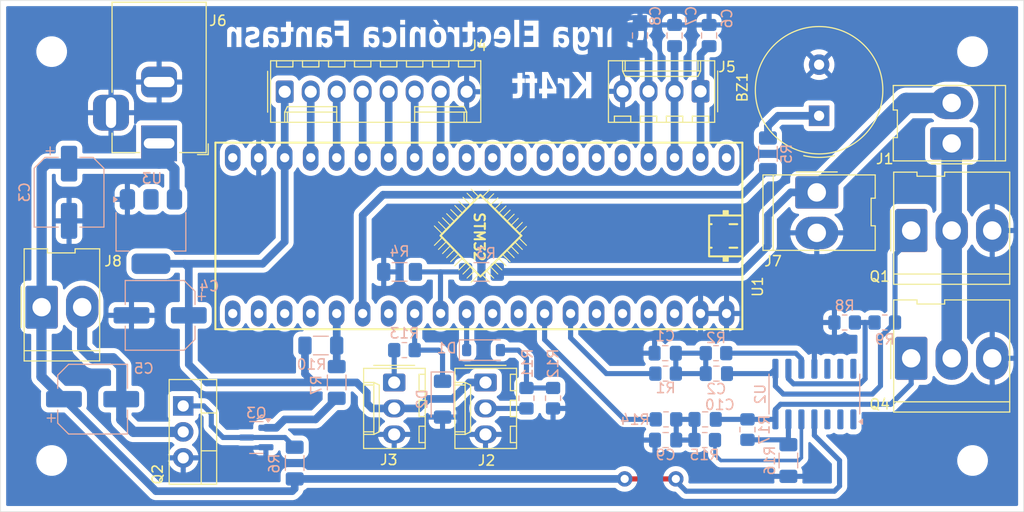
<source format=kicad_pcb>
(kicad_pcb (version 20240108) (generator "pcbnew") (generator_version "8.0")
  (layers (0 "F.Cu" signal) (31 "B.Cu" signal) (34 "B.Paste" user) (35 "F.Paste" user) (36 "B.SilkS" user "B.Silkscreen") (37 "F.SilkS" user "F.Silkscreen") (38 "B.Mask" user) (39 "F.Mask" user) (44 "Edge.Cuts" user))
  (net 0 "")
  (net 1 "Net-(C1-Pad1)")
  (net 2 "GNDD")
  (net 3 "+12V")
  (net 4 "+5V")
  (net 5 "Net-(J1-Pin_1)")
  (net 6 "+BATT")
  (net 7 "I_sense")
  (net 8 "Temp_sense")
  (net 9 "LCD_DIN_PIN")
  (net 10 "LCD_DC_PIN")
  (net 11 "LCD_RST_PIN")
  (net 12 "LCD_CS_PIN")
  (net 13 "LCD_SCLK_PIN")
  (net 14 "LCD_BKLIGHT_PIN")
  (net 15 "ENC_B")
  (net 16 "ENC_A")
  (net 17 "BUTTON")
  (net 19 "Vbatt_sense")
  (net 33 "Net-(BZ1-+)")
  (net 35 "Buzzer_Out")
  (net 38 "Net-(J8-Pin_2)")
  (net 39 "Net-(Q2-G)")
  (net 40 "Cooler_Fan_Out")
  (net 44 "Net-(Q3-B)")
  (net 45 "Net-(D1-A)")
  (net 46 "Net-(J2-Pin_2)")
  (net 47 "Net-(J3-Pin_1)")
  (net 48 "Mosfet_control1")
  (net 49 "Net-(C10-Pad1)")
  (net 50 "Mosfet_control2")
  (net 51 "PWM1")
  (net 52 "PWM2")
  (net 53 "Net-(U2B-+)")
  (net 54 "Net-(U2B--)")
  (net 55 "Net-(U2C-+)")
  (net 56 "Net-(U2C--)")
  (footprint "Connector_Molex:Molex_KK-254_AE-6410-04A_1x04_P2.54mm_Vertical" (layer "F.Cu") (at 208.415 58.885 180)
    (property "Reference" "J5" (at -2.585 2.385 0) (layer "F.SilkS"))
    (property "Value" "ENCODER")
    (pad "1" thru_hole roundrect (at 0 0 180) (size 1.74 2.19) (drill 1.19) (layers "*.Cu" "*.Mask") (roundrect_rratio 0.143678) (net 16 "ENC_A"))
    (pad "2" thru_hole oval (at 2.54 0 180) (size 1.74 2.19) (drill 1.19) (layers "*.Cu" "*.Mask") (net 15 "ENC_B"))
    (pad "3" thru_hole oval (at 5.08 0 180) (size 1.74 2.19) (drill 1.19) (layers "*.Cu" "*.Mask") (net 17 "BUTTON"))
    (pad "4" thru_hole oval (at 7.62 0 180) (size 1.74 2.19) (drill 1.19) (layers "*.Cu" "*.Mask") (net 2 "GNDD"))
  )
  (footprint "Buzzer_Beeper:Buzzer_TDK_PS1240P02BT_D12.2mm_H6.5mm" (layer "F.Cu") (at 220 61.275785 90)
    (property "Reference" "BZ1" (at 2.775785 -7.5 90) (layer "F.SilkS"))
    (property "Value" "Buzzer")
    (pad "1" thru_hole rect (at 0 0 90) (size 2 2) (drill 1) (layers "*.Cu" "*.Mask") (net 33 "Net-(BZ1-+)"))
    (pad "2" thru_hole circle (at 5 0 90) (size 2 2) (drill 1) (layers "*.Cu" "*.Mask") (net 2 "GNDD"))
  )
  (footprint "MountingHole:MountingHole_2.5mm" (layer "F.Cu") (at 235 95)
    (property "Reference" "H3" (hide yes))
    (property "Value" "MountingHole" (hide yes))
    (pad "" np_thru_hole circle (at 0 0) (size 2.5 2.5) (drill 2.5) (layers "*.Cu" "*.Mask"))
  )
  (footprint "BluePill:blue_pill_no_flashing_port" (layer "F.Cu") (at 190 74.905 -90)
    (property "Reference" "U1" (at 3.095 -24 -90) (layer "F.SilkS"))
    (property "Value" "BP")
    (fp_text user "STM32" (at -4.3 3.8 -90) (layer "F.SilkS") (effects (font (thickness 0.2) (bold yes)) (justify left bottom)))
    (pad "3V3" thru_hole oval (at -9.525 27.305 270) (size 2.54 1.524) (drill 0.9) (layers "*.Cu" "*.Mask"))
    (pad "3V3" thru_hole oval (at 5.715 -15.875 270) (size 2.54 1.524) (drill 0.9) (layers "*.Cu" "*.Mask"))
    (pad "5V" thru_hole oval (at -9.525 22.225 270) (size 2.54 1.524) (drill 0.9) (layers "*.Cu" "*.Mask") (net 4 "+5V"))
    (pad "G" thru_hole oval (at -9.525 24.765 270) (size 2.54 1.524) (drill 0.9) (layers "*.Cu" "*.Mask") (net 2 "GNDD"))
    (pad "G" thru_hole oval (at 5.715 -20.955 270) (size 2.54 1.524) (drill 0.9) (layers "*.Cu" "*.Mask") (net 2 "GNDD"))
    (pad "G" thru_hole oval (at 5.715 -18.415 270) (size 2.54 1.524) (drill 0.9) (layers "*.Cu" "*.Mask") (net 2 "GNDD"))
    (pad "NRST" thru_hole oval (at 5.715 -13.335 270) (size 2.54 1.524) (drill 0.9) (layers "*.Cu" "*.Mask"))
    (pad "PA0" thru_hole oval (at 5.715 17.145 270) (size 2.54 1.524) (drill 0.9) (layers "*.Cu" "*.Mask") (net 40 "Cooler_Fan_Out"))
    (pad "PA1" thru_hole oval (at 5.715 14.605 270) (size 2.54 1.524) (drill 0.9) (layers "*.Cu" "*.Mask") (net 35 "Buzzer_Out"))
    (pad "PA2" thru_hole oval (at 5.715 12.065 270) (size 2.54 1.524) (drill 0.9) (layers "*.Cu" "*.Mask"))
    (pad "PA3" thru_hole oval (at 5.715 9.525 270) (size 2.54 1.524) (drill 0.9) (layers "*.Cu" "*.Mask") (net 8 "Temp_sense"))
    (pad "PA4" thru_hole oval (at 5.715 6.985 270) (size 2.54 1.524) (drill 0.9) (layers "*.Cu" "*.Mask") (net 19 "Vbatt_sense"))
    (pad "PA5" thru_hole oval (at 5.715 4.445 270) (size 2.54 1.524) (drill 0.9) (layers "*.Cu" "*.Mask") (net 7 "I_sense"))
    (pad "PA6" thru_hole oval (at 5.715 1.905 270) (size 2.54 1.524) (drill 0.9) (layers "*.Cu" "*.Mask"))
    (pad "PA7" thru_hole oval (at 5.715 -0.635 270) (size 2.54 1.524) (drill 0.9) (layers "*.Cu" "*.Mask"))
    (pad "PA8" thru_hole oval (at -9.525 -10.795 270) (size 2.54 1.524) (drill 0.9) (layers "*.Cu" "*.Mask"))
    (pad "PA9" thru_hole oval (at -9.525 -8.255 270) (size 2.54 1.524) (drill 0.9) (layers "*.Cu" "*.Mask"))
    (pad "PA10" thru_hole oval (at -9.525 -5.715 270) (size 2.54 1.524) (drill 0.9) (layers "*.Cu" "*.Mask"))
    (pad "PA11" thru_hole oval (at -9.525 -3.175 270) (size 2.54 1.524) (drill 0.9) (layers "*.Cu" "*.Mask"))
    (pad "PA12" thru_hole oval (at -9.525 -0.635 270) (size 2.54 1.524) (drill 0.9) (layers "*.Cu" "*.Mask"))
    (pad "PA15" thru_hole oval (at -9.525 1.905 270) (size 2.54 1.524) (drill 0.9) (layers "*.Cu" "*.Mask"))
    (pad "PB0" thru_hole oval (at 5.715 -3.175 270) (size 2.54 1.524) (drill 0.9) (layers "*.Cu" "*.Mask") (net 52 "PWM2"))
    (pad "PB1" thru_hole oval (at 5.715 -5.715 270) (size 2.54 1.524) (drill 0.9) (layers "*.Cu" "*.Mask") (net 51 "PWM1"))
    (pad "PB3" thru_hole oval (at -9.525 4.445 270) (size 2.54 1.524) (drill 0.9) (layers "*.Cu" "*.Mask"))
    (pad "PB4" thru_hole oval (at -9.525 6.985 270) (size 2.54 1.524) (drill 0.9) (layers "*.Cu" "*.Mask") (net 14 "LCD_BKLIGHT_PIN"))
    (pad "PB5" thru_hole oval (at -9.525 9.525 270) (size 2.54 1.524) (drill 0.9) (layers "*.Cu" "*.Mask") (net 11 "LCD_RST_PIN"))
    (pad "PB6" thru_hole oval (at -9.525 12.065 270) (size 2.54 1.524) (drill 0.9) (layers "*.Cu" "*.Mask") (net 12 "LCD_CS_PIN"))
    (pad "PB7" thru_hole oval (at -9.525 14.605 270) (size 2.54 1.524) (drill 0.9) (layers "*.Cu" "*.Mask") (net 10 "LCD_DC_PIN"))
    (pad "PB8" thru_hole oval (at -9.525 17.145 270) (size 2.54 1.524) (drill 0.9) (layers "*.Cu" "*.Mask") (net 9 "LCD_DIN_PIN"))
    (pad "PB9" thru_hole oval (at -9.525 19.685 270) (size 2.54 1.524) (drill 0.9) (layers "*.Cu" "*.Mask") (net 13 "LCD_SCLK_PIN"))
    (pad "PB10" thru_hole oval (at 5.715 -8.255 270) (size 2.54 1.524) (drill 0.9) (layers "*.Cu" "*.Mask"))
    (pad "PB11" thru_hole oval (at 5.715 -10.795 270) (size 2.54 1.524) (drill 0.9) (layers "*.Cu" "*.Mask"))
    (pad "PB12" thru_hole oval (at -9.525 -20.955 270) (size 2.54 1.524) (drill 0.9) (layers "*.Cu" "*.Mask"))
    (pad "PB13" thru_hole oval (at -9.525 -18.415 270) (size 2.54 1.524) (drill 0.9) (layers "*.Cu" "*.Mask") (net 16 "ENC_A"))
    (pad "PB14" thru_hole oval (at -9.525 -15.875 270) (size 2.54 1.524) (drill 0.9) (layers "*.Cu" "*.Mask") (net 15 "ENC_B"))
    (pad "PB15" thru_hole oval (at -9.525 -13.335 270) (size 2.54 1.524) (drill 0.9) (layers "*.Cu" "*.Mask") (net 17 "BUTTON"))
    (pad "PC13" thru_hole oval (at 5.715 24.765 270) (size 2.54 1.524) (drill 0.9) (layers "*.Cu" "*.Mask"))
    (pad "PC14" thru_hole oval (at 5.715 22.225 270) (size 2.54 1.524) (drill 0.9) (layers "*.Cu" "*.Mask"))
    (pad "PC15" thru_hole oval (at 5.715 19.685 270) (size 2.54 1.524) (drill 0.9) (layers "*.Cu" "*.Mask"))
    (pad "VBAT" thru_hole oval (at 5.715 27.305 270) (size 2.54 1.524) (drill 0.9) (layers "*.Cu" "*.Mask"))
  )
  (footprint "Connector_Molex:Molex_KK-254_AE-6410-03A_1x03_P2.54mm_Vertical" (layer "F.Cu") (at 187.4 87.365 -90)
    (property "Reference" "J2" (at 7.635 -0.1 0) (layer "F.SilkS"))
    (property "Value" "ACS712")
    (pad "1" thru_hole roundrect (at 0 0 270) (size 1.74 2.19) (drill 1.19) (layers "*.Cu" "*.Mask") (roundrect_rratio 0.143678) (net 4 "+5V"))
    (pad "2" thru_hole oval (at 2.54 0 270) (size 1.74 2.19) (drill 1.19) (layers "*.Cu" "*.Mask") (net 46 "Net-(J2-Pin_2)"))
    (pad "3" thru_hole oval (at 5.08 0 270) (size 1.74 2.19) (drill 1.19) (layers "*.Cu" "*.Mask") (net 2 "GNDD"))
  )
  (footprint "Connector_Molex:Molex_KK-396_5273-02A_1x02_P3.96mm_Vertical" (layer "F.Cu") (at 232.96 63.98 90)
    (property "Reference" "J1" (at -1.52 -6.54 0) (layer "F.SilkS"))
    (property "Value" "SHUNT")
    (pad "1" thru_hole roundrect (at 0 0 90) (size 3.16 4.2) (drill 1.8) (layers "*.Cu" "*.Mask") (roundrect_rratio 0.079114) (net 5 "Net-(J1-Pin_1)"))
    (pad "2" thru_hole oval (at 3.96 0 90) (size 3.16 4.2) (drill 1.8) (layers "*.Cu" "*.Mask") (net 6 "+BATT"))
  )
  (footprint "MountingHole:MountingHole_2.5mm" (layer "F.Cu") (at 145 55)
    (property "Reference" "H1" (hide yes))
    (property "Value" "MountingHole" (hide yes))
    (pad "" np_thru_hole circle (at 0 0) (size 2.5 2.5) (drill 2.5) (layers "*.Cu" "*.Mask"))
  )
  (footprint "Connector_BarrelJack:BarrelJack_Horizontal" (layer "F.Cu") (at 155.5 63.975 -90)
    (property "Reference" "J6" (at -12 -5.75 180) (layer "F.SilkS"))
    (property "Value" "Vin")
    (pad "1" thru_hole rect (at 0 0 270) (size 3.5 3.5) (drill oval 1 3) (layers "*.Cu" "*.Mask") (net 3 "+12V"))
    (pad "2" thru_hole roundrect (at -6 0 270) (size 3 3.5) (drill oval 1 3) (layers "*.Cu" "*.Mask") (net 2 "GNDD"))
    (pad "3" thru_hole roundrect (at -3 4.7 270) (size 3.5 3.5) (drill oval 3 1) (layers "*.Cu" "*.Mask") (net 2 "GNDD"))
  )
  (footprint "Connector_Molex:Molex_KK-396_5273-02A_1x02_P3.96mm_Vertical" (layer "F.Cu") (at 219.775 68.77 -90)
    (property "Reference" "J7" (at 6.73 4.275 0) (layer "F.SilkS"))
    (property "Value" "BATTERY")
    (pad "1" thru_hole roundrect (at 0 0 270) (size 3.16 4.2) (drill 1.8) (layers "*.Cu" "*.Mask") (roundrect_rratio 0.079114) (net 6 "+BATT"))
    (pad "2" thru_hole oval (at 3.96 0 270) (size 3.16 4.2) (drill 1.8) (layers "*.Cu" "*.Mask") (net 2 "GNDD"))
  )
  (footprint "Connector_Molex:Molex_KK-396_5273-03A_1x03_P3.96mm_Vertical" (layer "F.Cu") (at 229 72.5)
    (property "Reference" "Q1" (at -3.08 4.5 0) (layer "F.SilkS"))
    (property "Value" "IRF540N")
    (pad "1" thru_hole roundrect (at 0 0) (size 3.16 4.2) (drill 1.8) (layers "*.Cu" "*.Mask") (roundrect_rratio 0.079114) (net 48 "Mosfet_control1"))
    (pad "2" thru_hole oval (at 3.96 0) (size 3.16 4.2) (drill 1.8) (layers "*.Cu" "*.Mask") (net 5 "Net-(J1-Pin_1)"))
    (pad "3" thru_hole oval (at 7.92 0) (size 3.16 4.2) (drill 1.8) (layers "*.Cu" "*.Mask") (net 2 "GNDD"))
  )
  (footprint "Connector_Molex:Molex_KK-396_5273-03A_1x03_P3.96mm_Vertical" (layer "F.Cu") (at 229 85)
    (property "Reference" "Q4" (at -3.08 4.5 0) (layer "F.SilkS"))
    (property "Value" "IRF540N")
    (pad "1" thru_hole roundrect (at 0 0) (size 3.16 4.2) (drill 1.8) (layers "*.Cu" "*.Mask") (roundrect_rratio 0.079114) (net 50 "Mosfet_control2"))
    (pad "2" thru_hole oval (at 3.96 0) (size 3.16 4.2) (drill 1.8) (layers "*.Cu" "*.Mask") (net 5 "Net-(J1-Pin_1)"))
    (pad "3" thru_hole oval (at 7.92 0) (size 3.16 4.2) (drill 1.8) (layers "*.Cu" "*.Mask") (net 2 "GNDD"))
  )
  (footprint "Package_TO_SOT_THT:TO-220-3_Vertical" (layer "F.Cu") (at 157.855 89.66 -90)
    (property "Reference" "Q2" (at 6.69 2.505 90) (layer "F.SilkS"))
    (property "Value" "IRF540N")
    (pad "1" thru_hole rect (at 0 0 270) (size 1.905 2) (drill 1.1) (layers "*.Cu" "*.Mask") (net 39 "Net-(Q2-G)"))
    (pad "2" thru_hole oval (at 2.54 0 270) (size 1.905 2) (drill 1.1) (layers "*.Cu" "*.Mask") (net 38 "Net-(J8-Pin_2)"))
    (pad "3" thru_hole oval (at 5.08 0 270) (size 1.905 2) (drill 1.1) (layers "*.Cu" "*.Mask") (net 2 "GNDD"))
  )
  (footprint "Connector_Molex:Molex_KK-254_AE-6410-08A_1x08_P2.54mm_Vertical" (layer "F.Cu") (at 167.775 58.925)
    (property "Reference" "J4" (at 18.91 -4.5 0) (layer "F.SilkS"))
    (property "Value" "LCD_3310")
    (pad "1" thru_hole roundrect (at 0 0) (size 1.74 2.19) (drill 1.19) (layers "*.Cu" "*.Mask") (roundrect_rratio 0.143678) (net 4 "+5V"))
    (pad "2" thru_hole oval (at 2.54 0) (size 1.74 2.19) (drill 1.19) (layers "*.Cu" "*.Mask") (net 13 "LCD_SCLK_PIN"))
    (pad "3" thru_hole oval (at 5.08 0) (size 1.74 2.19) (drill 1.19) (layers "*.Cu" "*.Mask") (net 9 "LCD_DIN_PIN"))
    (pad "4" thru_hole oval (at 7.62 0) (size 1.74 2.19) (drill 1.19) (layers "*.Cu" "*.Mask") (net 10 "LCD_DC_PIN"))
    (pad "5" thru_hole oval (at 10.16 0) (size 1.74 2.19) (drill 1.19) (layers "*.Cu" "*.Mask") (net 12 "LCD_CS_PIN"))
    (pad "6" thru_hole oval (at 12.7 0) (size 1.74 2.19) (drill 1.19) (layers "*.Cu" "*.Mask") (net 11 "LCD_RST_PIN"))
    (pad "7" thru_hole oval (at 15.24 0) (size 1.74 2.19) (drill 1.19) (layers "*.Cu" "*.Mask") (net 14 "LCD_BKLIGHT_PIN"))
    (pad "8" thru_hole oval (at 17.78 0) (size 1.74 2.19) (drill 1.19) (layers "*.Cu" "*.Mask") (net 2 "GNDD"))
  )
  (footprint "Connector_Molex:Molex_KK-396_5273-02A_1x02_P3.96mm_Vertical" (layer "F.Cu") (at 144.02 80)
    (property "Reference" "J8" (at 6.98 -4.5 180) (layer "F.SilkS"))
    (property "Value" "COOLER FAN")
    (pad "1" thru_hole roundrect (at 0 0) (size 3.16 4.2) (drill 1.8) (layers "*.Cu" "*.Mask") (roundrect_rratio 0.079114) (net 3 "+12V"))
    (pad "2" thru_hole oval (at 3.96 0) (size 3.16 4.2) (drill 1.8) (layers "*.Cu" "*.Mask") (net 38 "Net-(J8-Pin_2)"))
  )
  (footprint "MountingHole:MountingHole_2.5mm" (layer "F.Cu") (at 145 95)
    (property "Reference" "H4" (hide yes))
    (property "Value" "MountingHole" (hide yes))
    (pad "" np_thru_hole circle (at 0 0) (size 2.5 2.5) (drill 2.5) (layers "*.Cu" "*.Mask"))
  )
  (footprint "MountingHole:MountingHole_2.5mm" (layer "F.Cu") (at 235 55)
    (property "Reference" "H2" (hide yes))
    (property "Value" "MountingHole" (hide yes))
    (pad "" np_thru_hole circle (at 0 0) (size 2.5 2.5) (drill 2.5) (layers "*.Cu" "*.Mask"))
  )
  (footprint "Connector_Molex:Molex_KK-254_AE-6410-03A_1x03_P2.54mm_Vertical" (layer "F.Cu") (at 178.475 87.365 -90)
    (property "Reference" "J3" (at 7.575 0.53 180) (layer "F.SilkS"))
    (property "Value" "LM35")
    (pad "1" thru_hole roundrect (at 0 0 270) (size 1.74 2.19) (drill 1.19) (layers "*.Cu" "*.Mask") (roundrect_rratio 0.143678) (net 47 "Net-(J3-Pin_1)"))
    (pad "2" thru_hole oval (at 2.54 0 270) (size 1.74 2.19) (drill 1.19) (layers "*.Cu" "*.Mask") (net 4 "+5V"))
    (pad "3" thru_hole oval (at 5.08 0 270) (size 1.74 2.19) (drill 1.19) (layers "*.Cu" "*.Mask") (net 2 "GNDD"))
  )
  (footprint "Capacitor_SMD:CP_Elec_6.3x5.2" (layer "B.Cu") (at 146.7 68.7575 -90)
    (property "Reference" "C3" (at 0 4.35 90) (layer "B.SilkS") (effects (justify mirror)))
    (property "Value" "10u")
    (pad "1" smd roundrect (at -2.8 0 270) (size 3.5 1.6) (layers "B.Cu" "B.Paste" "B.Mask") (roundrect_rratio 0.15625) (net 3 "+12V"))
    (pad "2" smd roundrect (at 2.8 0 270) (size 3.5 1.6) (layers "B.Cu" "B.Paste" "B.Mask") (roundrect_rratio 0.15625) (net 2 "GNDD"))
  )
  (footprint "Resistor_SMD:R_0805_2012Metric_Pad1.20x1.40mm_HandSolder" (layer "B.Cu") (at 213 91.975 90)
    (property "Reference" "R17" (at 0 1.65 90) (layer "B.SilkS") (effects (justify mirror)))
    (property "Value" "51K")
    (pad "1" smd roundrect (at -1 0 90) (size 1.2 1.4) (layers "B.Cu" "B.Paste" "B.Mask") (roundrect_rratio 0.208333) (net 54 "Net-(U2B--)"))
    (pad "2" smd roundrect (at 1 0 90) (size 1.2 1.4) (layers "B.Cu" "B.Paste" "B.Mask") (roundrect_rratio 0.208333) (net 50 "Mosfet_control2"))
  )
  (footprint "Resistor_SMD:R_1206_3216Metric_Pad1.30x1.75mm_HandSolder" (layer "B.Cu") (at 215 65 90)
    (property "Reference" "R5" (at 0 1.82 90) (layer "B.SilkS") (effects (justify mirror)))
    (property "Value" "100")
    (pad "1" smd roundrect (at -1.55 0 90) (size 1.3 1.75) (layers "B.Cu" "B.Paste" "B.Mask") (roundrect_rratio 0.192308) (net 35 "Buzzer_Out"))
    (pad "2" smd roundrect (at 1.55 0 90) (size 1.3 1.75) (layers "B.Cu" "B.Paste" "B.Mask") (roundrect_rratio 0.192308) (net 33 "Net-(BZ1-+)"))
  )
  (footprint "Package_SO:SOIC-14_3.9x8.7mm_P1.27mm" (layer "B.Cu") (at 219.54 88.5 90)
    (property "Reference" "U2" (at 0 -5.29 90) (layer "B.SilkS") (effects (justify mirror)))
    (property "Value" "LM324")
    (pad "1" smd roundrect (at -2.475 3.81 90) (size 1.95 0.6) (layers "B.Cu" "B.Paste" "B.Mask"))
    (pad "2" smd roundrect (at -2.475 2.54 90) (size 1.95 0.6) (layers "B.Cu" "B.Paste" "B.Mask"))
    (pad "3" smd roundrect (at -2.475 1.27 90) (size 1.95 0.6) (layers "B.Cu" "B.Paste" "B.Mask"))
    (pad "4" smd roundrect (at -2.475 0 90) (size 1.95 0.6) (layers "B.Cu" "B.Paste" "B.Mask") (net 3 "+12V"))
    (pad "5" smd roundrect (at -2.475 -1.27 90) (size 1.95 0.6) (layers "B.Cu" "B.Paste" "B.Mask") (net 53 "Net-(U2B-+)"))
    (pad "6" smd roundrect (at -2.475 -2.54 90) (size 1.95 0.6) (layers "B.Cu" "B.Paste" "B.Mask") (net 54 "Net-(U2B--)"))
    (pad "7" smd roundrect (at -2.475 -3.81 90) (size 1.95 0.6) (layers "B.Cu" "B.Paste" "B.Mask") (net 50 "Mosfet_control2"))
    (pad "8" smd roundrect (at 2.475 -3.81 90) (size 1.95 0.6) (layers "B.Cu" "B.Paste" "B.Mask") (net 48 "Mosfet_control1"))
    (pad "9" smd roundrect (at 2.475 -2.54 90) (size 1.95 0.6) (layers "B.Cu" "B.Paste" "B.Mask") (net 56 "Net-(U2C--)"))
    (pad "10" smd roundrect (at 2.475 -1.27 90) (size 1.95 0.6) (layers "B.Cu" "B.Paste" "B.Mask") (net 55 "Net-(U2C-+)"))
    (pad "11" smd roundrect (at 2.475 0 90) (size 1.95 0.6) (layers "B.Cu" "B.Paste" "B.Mask") (net 2 "GNDD"))
    (pad "12" smd roundrect (at 2.475 1.27 90) (size 1.95 0.6) (layers "B.Cu" "B.Paste" "B.Mask"))
    (pad "13" smd roundrect (at 2.475 2.54 90) (size 1.95 0.6) (layers "B.Cu" "B.Paste" "B.Mask"))
    (pad "14" smd roundrect (at 2.475 3.81 90) (size 1.95 0.6) (layers "B.Cu" "B.Paste" "B.Mask"))
  )
  (footprint "Resistor_SMD:R_1206_3216Metric_Pad1.30x1.75mm_HandSolder" (layer "B.Cu") (at 179 76.55 180)
    (property "Reference" "R4" (at 0 2 0) (layer "B.SilkS") (effects (justify mirror)))
    (property "Value" "20K")
    (pad "1" smd roundrect (at -1.55 0 180) (size 1.3 1.75) (layers "B.Cu" "B.Paste" "B.Mask") (roundrect_rratio 0.192308) (net 19 "Vbatt_sense"))
    (pad "2" smd roundrect (at 1.55 0 180) (size 1.3 1.75) (layers "B.Cu" "B.Paste" "B.Mask") (roundrect_rratio 0.192308) (net 2 "GNDD"))
  )
  (footprint "Resistor_SMD:R_0805_2012Metric_Pad1.20x1.40mm_HandSolder" (layer "B.Cu") (at 208.825 93)
    (property "Reference" "R15" (at -0.025 1.45 0) (layer "B.SilkS") (effects (justify mirror)))
    (property "Value" "100K")
    (pad "1" smd roundrect (at -1 0) (size 1.2 1.4) (layers "B.Cu" "B.Paste" "B.Mask") (roundrect_rratio 0.208333) (net 49 "Net-(C10-Pad1)"))
    (pad "2" smd roundrect (at 1 0) (size 1.2 1.4) (layers "B.Cu" "B.Paste" "B.Mask") (roundrect_rratio 0.208333) (net 53 "Net-(U2B-+)"))
  )
  (footprint "Diode_SMD:D_SOD-123" (layer "B.Cu") (at 187.205 84.2)
    (property "Reference" "D1" (at -3.6 -0.2 0) (layer "B.SilkS") (effects (justify mirror)))
    (property "Value" "1N4148W")
    (pad "1" smd roundrect (at -1.65 0) (size 0.9 1.2) (layers "B.Cu" "B.Paste" "B.Mask") (net 7 "I_sense"))
    (pad "2" smd roundrect (at 1.65 0) (size 0.9 1.2) (layers "B.Cu" "B.Paste" "B.Mask") (net 45 "Net-(D1-A)"))
  )
  (footprint "Package_TO_SOT_SMD:SOT-223-3_TabPin2" (layer "B.Cu") (at 154.7 72.6 -90)
    (property "Reference" "U3" (at -5.2 -0.1 180) (layer "B.SilkS") (effects (justify mirror)))
    (property "Value" "AMS1117-5.0")
    (pad "1" smd roundrect (at -3.15 2.3 270) (size 2 1.5) (layers "B.Cu" "B.Paste" "B.Mask") (net 2 "GNDD"))
    (pad "2" smd roundrect (at -3.15 0 270) (size 2 1.5) (layers "B.Cu" "B.Paste" "B.Mask") (net 4 "+5V"))
    (pad "2" smd roundrect (at 3.15 0 270) (size 2 3.8) (layers "B.Cu" "B.Paste" "B.Mask") (net 4 "+5V"))
    (pad "3" smd roundrect (at -3.15 -2.3 270) (size 2 1.5) (layers "B.Cu" "B.Paste" "B.Mask") (net 3 "+12V"))
  )
  (footprint "Resistor_SMD:R_0805_2012Metric_Pad1.20x1.40mm_HandSolder" (layer "B.Cu") (at 226.42 81.5)
    (property "Reference" "R9" (at 0 1.65 0) (layer "B.SilkS") (effects (justify mirror)))
    (property "Value" "51K")
    (pad "1" smd roundrect (at -1 0) (size 1.2 1.4) (layers "B.Cu" "B.Paste" "B.Mask") (roundrect_rratio 0.208333) (net 56 "Net-(U2C--)"))
    (pad "2" smd roundrect (at 1 0) (size 1.2 1.4) (layers "B.Cu" "B.Paste" "B.Mask") (roundrect_rratio 0.208333) (net 48 "Mosfet_control1"))
  )
  (footprint "Capacitor_SMD:CP_Elec_6.3x5.2" (layer "B.Cu") (at 155.6 80.8 180)
    (property "Reference" "C4" (at -4.8 2.8575 0) (layer "B.SilkS") (effects (justify mirror)))
    (property "Value" "22u")
    (pad "1" smd roundrect (at -2.8 0 180) (size 3.5 1.6) (layers "B.Cu" "B.Paste" "B.Mask") (roundrect_rratio 0.15625) (net 4 "+5V"))
    (pad "2" smd roundrect (at 2.8 0 180) (size 3.5 1.6) (layers "B.Cu" "B.Paste" "B.Mask") (roundrect_rratio 0.15625) (net 2 "GNDD"))
  )
  (footprint "Capacitor_SMD:CP_Elec_6.3x5.2" (layer "B.Cu") (at 149 89)
    (property "Reference" "C5" (at 5 -3 0) (layer "B.SilkS") (effects (justify mirror)))
    (property "Value" "1u")
    (pad "1" smd roundrect (at -2.8 0) (size 3.5 1.6) (layers "B.Cu" "B.Paste" "B.Mask") (roundrect_rratio 0.15625) (net 3 "+12V"))
    (pad "2" smd roundrect (at 2.8 0) (size 3.5 1.6) (layers "B.Cu" "B.Paste" "B.Mask") (roundrect_rratio 0.15625) (net 38 "Net-(J8-Pin_2)"))
  )
  (footprint "Diode_SMD:D_MiniMELF" (layer "B.Cu") (at 183.2 89 -90)
    (property "Reference" "D2" (at 0 2 90) (layer "B.SilkS") (effects (justify mirror)))
    (property "Value" "BZV55B3V3")
    (pad "1" smd roundrect (at -1.75 0 270) (size 1.3 1.7) (layers "B.Cu" "B.Paste" "B.Mask") (roundrect_rratio 0.1923076923) (net 8 "Temp_sense"))
    (pad "2" smd roundrect (at 1.75 0 270) (size 1.3 1.7) (layers "B.Cu" "B.Paste" "B.Mask") (roundrect_rratio 0.1923076923) (net 2 "GNDD"))
  )
  (footprint "Resistor_SMD:R_0805_2012Metric_Pad1.20x1.40mm_HandSolder" (layer "B.Cu") (at 222.5 81.5 180)
    (property "Reference" "R8" (at 0 1.65 0) (layer "B.SilkS") (effects (justify mirror)))
    (property "Value" "100K")
    (pad "1" smd roundrect (at -1 0 180) (size 1.2 1.4) (layers "B.Cu" "B.Paste" "B.Mask") (roundrect_rratio 0.208333) (net 56 "Net-(U2C--)"))
    (pad "2" smd roundrect (at 1 0 180) (size 1.2 1.4) (layers "B.Cu" "B.Paste" "B.Mask") (roundrect_rratio 0.208333) (net 2 "GNDD"))
  )
  (footprint "Capacitor_SMD:C_0805_2012Metric_Pad1.18x1.45mm_HandSolder" (layer "B.Cu") (at 205.875 53.425 90)
    (property "Reference" "C7" (at 1.925 1.625 -90) (layer "B.SilkS") (effects (justify mirror)))
    (property "Value" "100n")
    (pad "1" smd roundrect (at -1.0375 0 90) (size 1.175 1.45) (layers "B.Cu" "B.Paste" "B.Mask") (roundrect_rratio 0.212766) (net 15 "ENC_B"))
    (pad "2" smd roundrect (at 1.0375 0 90) (size 1.175 1.45) (layers "B.Cu" "B.Paste" "B.Mask") (roundrect_rratio 0.212766) (net 2 "GNDD"))
  )
  (footprint "Resistor_SMD:R_1206_3216Metric_Pad1.30x1.75mm_HandSolder" (layer "B.Cu") (at 187 76.55 180)
    (property "Reference" "R3" (at -0.45 1.82 0) (layer "B.SilkS") (effects (justify mirror)))
    (property "Value" "100K")
    (pad "1" smd roundrect (at -1.55 0 180) (size 1.3 1.75) (layers "B.Cu" "B.Paste" "B.Mask") (roundrect_rratio 0.192308) (net 6 "+BATT"))
    (pad "2" smd roundrect (at 1.55 0 180) (size 1.3 1.75) (layers "B.Cu" "B.Paste" "B.Mask") (roundrect_rratio 0.192308) (net 19 "Vbatt_sense"))
  )
  (footprint "Capacitor_SMD:C_0805_2012Metric_Pad1.18x1.45mm_HandSolder" (layer "B.Cu") (at 209.9625 86.5)
    (property "Reference" "C2" (at -0.0125 1.5 0) (layer "B.SilkS") (effects (justify mirror)))
    (property "Value" "1000n")
    (pad "1" smd roundrect (at -1.0375 0) (size 1.175 1.45) (layers "B.Cu" "B.Paste" "B.Mask") (roundrect_rratio 0.212766) (net 1 "Net-(C1-Pad1)"))
    (pad "2" smd roundrect (at 1.0375 0) (size 1.175 1.45) (layers "B.Cu" "B.Paste" "B.Mask") (roundrect_rratio 0.212766) (net 48 "Mosfet_control1"))
  )
  (footprint "Resistor_SMD:R_0805_2012Metric_Pad1.20x1.40mm_HandSolder" (layer "B.Cu") (at 205 86.5)
    (property "Reference" "R1" (at 0 1.4 0) (layer "B.SilkS") (effects (justify mirror)))
    (property "Value" "100K")
    (pad "1" smd roundrect (at -1 0) (size 1.2 1.4) (layers "B.Cu" "B.Paste" "B.Mask") (roundrect_rratio 0.208333) (net 51 "PWM1"))
    (pad "2" smd roundrect (at 1 0) (size 1.2 1.4) (layers "B.Cu" "B.Paste" "B.Mask") (roundrect_rratio 0.208333) (net 1 "Net-(C1-Pad1)"))
  )
  (footprint "Capacitor_SMD:C_0805_2012Metric_Pad1.18x1.45mm_HandSolder" (layer "B.Cu") (at 209.25 53.425 90)
    (property "Reference" "C6" (at 1.675 1.75 -90) (layer "B.SilkS") (effects (justify mirror)))
    (property "Value" "100n")
    (pad "1" smd roundrect (at -1.0375 0 90) (size 1.175 1.45) (layers "B.Cu" "B.Paste" "B.Mask") (roundrect_rratio 0.212766) (net 16 "ENC_A"))
    (pad "2" smd roundrect (at 1.0375 0 90) (size 1.175 1.45) (layers "B.Cu" "B.Paste" "B.Mask") (roundrect_rratio 0.212766) (net 2 "GNDD"))
  )
  (footprint "Resistor_SMD:R_1206_3216Metric_Pad1.30x1.75mm_HandSolder" (layer "B.Cu") (at 168.75 95.25 90)
    (property "Reference" "R6" (at -0.050001 -2 90) (layer "B.SilkS") (effects (justify mirror)))
    (property "Value" "10K")
    (pad "1" smd roundrect (at -1.550001 0 90) (size 1.3 1.75) (layers "B.Cu" "B.Paste" "B.Mask") (roundrect_rratio 0.192308) (net 3 "+12V"))
    (pad "2" smd roundrect (at 1.550001 0 90) (size 1.3 1.75) (layers "B.Cu" "B.Paste" "B.Mask") (roundrect_rratio 0.192308) (net 39 "Net-(Q2-G)"))
  )
  (footprint "Resistor_SMD:R_1206_3216Metric_Pad1.30x1.75mm_HandSolder" (layer "B.Cu") (at 171.305 83.75)
    (property "Reference" "R10" (at -0.905 1.85 0) (layer "B.SilkS") (effects (justify mirror)))
    (property "Value" "10K")
    (pad "1" smd roundrect (at -1.55 0) (size 1.3 1.75) (layers "B.Cu" "B.Paste" "B.Mask") (roundrect_rratio 0.192308) (net 4 "+5V"))
    (pad "2" smd roundrect (at 1.55 0) (size 1.3 1.75) (layers "B.Cu" "B.Paste" "B.Mask") (roundrect_rratio 0.192308) (net 40 "Cooler_Fan_Out"))
  )
  (footprint "Capacitor_SMD:C_0805_2012Metric_Pad1.18x1.45mm_HandSolder" (layer "B.Cu") (at 208.8625 90.975)
    (property "Reference" "C10" (at 1.4375 -1.425 0) (layer "B.SilkS") (effects (justify mirror)))
    (property "Value" "1000n")
    (pad "1" smd roundrect (at -1.0375 0) (size 1.175 1.45) (layers "B.Cu" "B.Paste" "B.Mask") (roundrect_rratio 0.212766) (net 49 "Net-(C10-Pad1)"))
    (pad "2" smd roundrect (at 1.0375 0) (size 1.175 1.45) (layers "B.Cu" "B.Paste" "B.Mask") (roundrect_rratio 0.212766) (net 50 "Mosfet_control2"))
  )
  (footprint "Resistor_SMD:R_0805_2012Metric_Pad1.20x1.40mm_HandSolder" (layer "B.Cu") (at 179.475 84.2 180)
    (property "Reference" "R13" (at 0 1.65 0) (layer "B.SilkS") (effects (justify mirror)))
    (property "Value" "1K")
    (pad "1" smd roundrect (at -1 0 180) (size 1.2 1.4) (layers "B.Cu" "B.Paste" "B.Mask") (roundrect_rratio 0.208333) (net 8 "Temp_sense"))
    (pad "2" smd roundrect (at 1 0 180) (size 1.2 1.4) (layers "B.Cu" "B.Paste" "B.Mask") (roundrect_rratio 0.208333) (net 47 "Net-(J3-Pin_1)"))
  )
  (footprint "Resistor_SMD:R_0805_2012Metric_Pad1.20x1.40mm_HandSolder" (layer "B.Cu") (at 205.0375 90.975)
    (property "Reference" "R14" (at -3.0375 0.025 0) (layer "B.SilkS") (effects (justify mirror)))
    (property "Value" "100K")
    (pad "1" smd roundrect (at -1 0) (size 1.2 1.4) (layers "B.Cu" "B.Paste" "B.Mask") (roundrect_rratio 0.208333) (net 52 "PWM2"))
    (pad "2" smd roundrect (at 1 0) (size 1.2 1.4) (layers "B.Cu" "B.Paste" "B.Mask") (roundrect_rratio 0.208333) (net 49 "Net-(C10-Pad1)"))
  )
  (footprint "Resistor_SMD:R_0805_2012Metric_Pad1.20x1.40mm_HandSolder" (layer "B.Cu") (at 209.925 84.5)
    (property "Reference" "R2" (at 0 -1.5 0) (layer "B.SilkS") (effects (justify mirror)))
    (property "Value" "100K")
    (pad "1" smd roundrect (at -1 0) (size 1.2 1.4) (layers "B.Cu" "B.Paste" "B.Mask") (roundrect_rratio 0.208333) (net 1 "Net-(C1-Pad1)"))
    (pad "2" smd roundrect (at 1 0) (size 1.2 1.4) (layers "B.Cu" "B.Paste" "B.Mask") (roundrect_rratio 0.208333) (net 55 "Net-(U2C-+)"))
  )
  (footprint "Capacitor_SMD:C_0805_2012Metric_Pad1.18x1.45mm_HandSolder" (layer "B.Cu") (at 202.5 53.425 90)
    (property "Reference" "C8" (at 1.925 1.5 -90) (layer "B.SilkS") (effects (justify mirror)))
    (property "Value" "100n")
    (pad "1" smd roundrect (at -1.0375 0 90) (size 1.175 1.45) (layers "B.Cu" "B.Paste" "B.Mask") (roundrect_rratio 0.212766) (net 17 "BUTTON"))
    (pad "2" smd roundrect (at 1.0375 0 90) (size 1.175 1.45) (layers "B.Cu" "B.Paste" "B.Mask") (roundrect_rratio 0.212766) (net 2 "GNDD"))
  )
  (footprint "Resistor_SMD:R_0805_2012Metric_Pad1.20x1.40mm_HandSolder" (layer "B.Cu") (at 191.4 88.905 -90)
    (property "Reference" "R11" (at -3.405 -0.1 90) (layer "B.SilkS") (effects (justify mirror)))
    (property "Value" "2.2K")
    (pad "1" smd roundrect (at -1 0 270) (size 1.2 1.4) (layers "B.Cu" "B.Paste" "B.Mask") (roundrect_rratio 0.208333) (net 45 "Net-(D1-A)"))
    (pad "2" smd roundrect (at 1 0 270) (size 1.2 1.4) (layers "B.Cu" "B.Paste" "B.Mask") (roundrect_rratio 0.208333) (net 46 "Net-(J2-Pin_2)"))
  )
  (footprint "Capacitor_SMD:C_0805_2012Metric_Pad1.18x1.45mm_HandSolder" (layer "B.Cu") (at 205 93 180)
    (property "Reference" "C9" (at 0 -1.45 0) (layer "B.SilkS") (effects (justify mirror)))
    (property "Value" "820n")
    (pad "1" smd roundrect (at -1.0375 0 180) (size 1.175 1.45) (layers "B.Cu" "B.Paste" "B.Mask") (roundrect_rratio 0.212766) (net 49 "Net-(C10-Pad1)"))
    (pad "2" smd roundrect (at 1.0375 0 180) (size 1.175 1.45) (layers "B.Cu" "B.Paste" "B.Mask") (roundrect_rratio 0.212766) (net 2 "GNDD"))
  )
  (footprint "Resistor_SMD:R_1206_3216Metric_Pad1.30x1.75mm_HandSolder" (layer "B.Cu") (at 217 95 -90)
    (property "Reference" "R16" (at 0 1.82 90) (layer "B.SilkS") (effects (justify mirror)))
    (property "Value" "100K")
    (pad "1" smd roundrect (at -1.55 0 270) (size 1.3 1.75) (layers "B.Cu" "B.Paste" "B.Mask") (roundrect_rratio 0.192308) (net 54 "Net-(U2B--)"))
    (pad "2" smd roundrect (at 1.55 0 270) (size 1.3 1.75) (layers "B.Cu" "B.Paste" "B.Mask") (roundrect_rratio 0.192308) (net 2 "GNDD"))
  )
  (footprint "Resistor_SMD:R_0805_2012Metric_Pad1.20x1.40mm_HandSolder" (layer "B.Cu") (at 194 88.905 -90)
    (property "Reference" "R12" (at -3.405 0 90) (layer "B.SilkS") (effects (justify mirror)))
    (property "Value" "10K")
    (pad "1" smd roundrect (at -1 0 270) (size 1.2 1.4) (layers "B.Cu" "B.Paste" "B.Mask") (roundrect_rratio 0.208333) (net 45 "Net-(D1-A)"))
    (pad "2" smd roundrect (at 1 0 270) (size 1.2 1.4) (layers "B.Cu" "B.Paste" "B.Mask") (roundrect_rratio 0.208333) (net 2 "GNDD"))
  )
  (footprint "Capacitor_SMD:C_0805_2012Metric_Pad1.18x1.45mm_HandSolder" (layer "B.Cu") (at 204.9625 84.5 180)
    (property "Reference" "C1" (at 0 1.68 0) (layer "B.SilkS") (effects (justify mirror)))
    (property "Value" "820n")
    (pad "1" smd roundrect (at -1.0375 0 180) (size 1.175 1.45) (layers "B.Cu" "B.Paste" "B.Mask") (roundrect_rratio 0.212766) (net 1 "Net-(C1-Pad1)"))
    (pad "2" smd roundrect (at 1.0375 0 180) (size 1.175 1.45) (layers "B.Cu" "B.Paste" "B.Mask") (roundrect_rratio 0.212766) (net 2 "GNDD"))
  )
  (footprint "Package_TO_SOT_SMD:SOT-23" (layer "B.Cu") (at 165 92.75 180)
    (property "Reference" "Q3" (at 0 2.4 0) (layer "B.SilkS") (effects (justify mirror)))
    (property "Value" "2SC1815")
    (pad "1" smd roundrect (at -0.9375 0.95 180) (size 1.475 0.6) (layers "B.Cu" "B.Paste" "B.Mask") (net 44 "Net-(Q3-B)"))
    (pad "2" smd roundrect (at -0.9375 -0.95 180) (size 1.475 0.6) (layers "B.Cu" "B.Paste" "B.Mask") (net 2 "GNDD"))
    (pad "3" smd roundrect (at 0.9375 0 180) (size 1.475 0.6) (layers "B.Cu" "B.Paste" "B.Mask") (net 39 "Net-(Q2-G)"))
  )
  (footprint "Resistor_SMD:R_1206_3216Metric_Pad1.30x1.75mm_HandSolder" (layer "B.Cu") (at 172.855 87.365 90)
    (property "Reference" "R7" (at -0.25 -2 90) (layer "B.SilkS") (effects (justify mirror)))
    (property "Value" "1K")
    (pad "1" smd roundrect (at -1.550001 0 90) (size 1.3 1.75) (layers "B.Cu" "B.Paste" "B.Mask") (roundrect_rratio 0.192308) (net 44 "Net-(Q3-B)"))
    (pad "2" smd roundrect (at 1.550001 0 90) (size 1.3 1.75) (layers "B.Cu" "B.Paste" "B.Mask") (roundrect_rratio 0.192308) (net 40 "Cooler_Fan_Out"))
  )
  (gr_line (start 140 100) (end 240 100) (stroke (width 0.05)) (layer "Edge.Cuts"))
  (gr_line (start 140 50) (end 140 100) (stroke (width 0.05)) (layer "Edge.Cuts"))
  (gr_line (start 240 100) (end 240 50) (stroke (width 0.05)) (layer "Edge.Cuts"))
  (gr_line (start 240 50) (end 140 50) (stroke (width 0.05)) (layer "Edge.Cuts"))
  (gr_text "Carga Electrónica Fantasma" (at 181 53.5 0) (layer "B.Cu" knockout) (effects (font (size 2.54 2) (thickness 0.375) (bold yes)) (justify mirror)))
  (gr_text "Kr4fty" (at 198 60 0) (layer "B.Cu" knockout) (effects (font (size 2.54 2) (thickness 0.5) (bold yes)) (justify left bottom mirror)))
  (segment (start 208.925 84.5) (end 208.925 86.5) (width 0.5) (layer "B.Cu") (net 1))
  (segment (start 206 84.5) (end 208.925 84.5) (width 0.5) (layer "B.Cu") (net 1))
  (segment (start 208.925 86.5) (end 206 86.5) (width 0.5) (layer "B.Cu") (net 1))
  (segment (start 206 86.5) (end 206 84.5) (width 0.5) (layer "B.Cu") (net 1))
  (segment (start 206 97) (end 205.800001 96.800001) (width 0.5) (layer "F.Cu") (net 3))
  (segment (start 206 96.800001) (end 201 96.800001) (width 0.5) (layer "F.Cu") (net 3))
  (via (at 206 96.800001) (size 1.5) (drill 0.8) (layers "F.Cu" "B.Cu") (net 3))
  (via (at 201 96.800001) (size 1.5) (drill 0.8) (layers "F.Cu" "B.Cu") (net 3))
  (segment (start 144.5425 65.9575) (end 144.5 66) (width 1) (layer "B.Cu") (net 3))
  (segment (start 144 86.8) (end 144 80.02) (width 1) (layer "B.Cu") (net 3))
  (segment (start 219.54 90.975) (end 219.54 92.54) (width 0.5) (layer "B.Cu") (net 3))
  (segment (start 146.7 65.9575) (end 144.5425 65.9575) (width 1) (layer "B.Cu") (net 3))
  (segment (start 156.4575 65.9575) (end 157 66.5) (width 1) (layer "B.Cu") (net 3))
  (segment (start 155.5 65.9575) (end 156.4575 65.9575) (width 1) (layer "B.Cu") (net 3))
  (segment (start 168.75 96.800001) (end 168.75 97.75) (width 0.75) (layer "B.Cu") (net 3))
  (segment (start 146.7 65.9575) (end 155.5 65.9575) (width 1) (layer "B.Cu") (net 3))
  (segment (start 155.2 98) (end 146.2 89) (width 0.75) (layer "B.Cu") (net 3))
  (segment (start 144.54 80) (end 144.54 80.81) (width 1) (layer "B.Cu") (net 3))
  (segment (start 201 96.800001) (end 168.75 96.800001) (width 0.75) (layer "B.Cu") (net 3))
  (segment (start 144.02 80) (end 144.02 66.48) (width 1) (layer "B.Cu") (net 3))
  (segment (start 144.02 66.48) (end 144.5 66) (width 1) (layer "B.Cu") (net 3))
  (segment (start 155.5 63.975) (end 155.5 65.9575) (width 1) (layer "B.Cu") (net 3))
  (segment (start 144 80.02) (end 144.02 80) (width 1) (layer "B.Cu") (net 3))
  (segment (start 219.54 92.54) (end 222 95) (width 0.5) (layer "B.Cu") (net 3))
  (segment (start 221.5 98) (end 207 98) (width 0.5) (layer "B.Cu") (net 3))
  (segment (start 168.75 97.75) (end 168.5 98) (width 0.75) (layer "B.Cu") (net 3))
  (segment (start 207 98) (end 206 97) (width 0.5) (layer "B.Cu") (net 3))
  (segment (start 222 97.5) (end 221.5 98) (width 0.5) (layer "B.Cu") (net 3))
  (segment (start 146.2 89) (end 144 86.8) (width 1) (layer "B.Cu") (net 3))
  (segment (start 157 69.45) (end 157 66.5) (width 1) (layer "B.Cu") (net 3))
  (segment (start 168.5 98) (end 155.2 98) (width 0.75) (layer "B.Cu") (net 3))
  (segment (start 222 95) (end 222 97.5) (width 0.5) (layer "B.Cu") (net 3))
  (segment (start 169.755 83.75) (end 169.755 86.52) (width 0.75) (layer "B.Cu") (net 4))
  (segment (start 170.6 87.365) (end 160.165 87.365) (width 0.75) (layer "B.Cu") (net 4))
  (segment (start 167.775 58.925) (end 167.775 65.38) (width 0.75) (layer "B.Cu") (net 4))
  (segment (start 154.7 75.75) (end 158 75.75) (width 0.75) (layer "B.Cu") (net 4))
  (segment (start 158.4 80.8) (end 158.4 76.15) (width 0.75) (layer "B.Cu") (net 4))
  (segment (start 175.8 89.4) (end 176.305 89.905) (width 0.75) (layer "B.Cu") (net 4))
  (segment (start 181.8 88.9775) (end 180.8725 89.905) (width 0.75) (layer "B.Cu") (net 4))
  (segment (start 175.8 88.365) (end 175.8 89.4) (width 0.75) (layer "B.Cu") (net 4))
  (segment (start 184.2 88.9775) (end 185.8125 87.365) (width 0.75) (layer "B.Cu") (net 4))
  (segment (start 180.8725 89.905) (end 178.475 89.905) (width 0.75) (layer "B.Cu") (net 4))
  (segment (start 158.4 80.8) (end 158.4 85.6) (width 0.75) (layer "B.Cu") (net 4))
  (segment (start 158 75.75) (end 165.625 75.75) (width 0.75) (layer "B.Cu") (net 4))
  (segment (start 167.775 65.38) (end 167.775 73.6) (width 0.75) (layer "B.Cu") (net 4))
  (segment (start 185.8125 87.365) (end 187.4 87.365) (width 0.75) (layer "B.Cu") (net 4))
  (segment (start 174.8 87.365) (end 175.8 88.365) (width 0.75) (layer "B.Cu") (net 4))
  (segment (start 169.755 86.52) (end 170.6 87.365) (width 0.75) (layer "B.Cu") (net 4))
  (segment (start 176.305 89.905) (end 178.475 89.905) (width 0.75) (layer "B.Cu") (net 4))
  (segment (start 174.8 87.365) (end 170.6 87.365) (width 0.75) (layer "B.Cu") (net 4))
  (segment (start 181.8 88.9775) (end 184.2 88.9775) (width 0.75) (layer "B.Cu") (net 4))
  (segment (start 158.4 76.15) (end 158 75.75) (width 0.75) (layer "B.Cu") (net 4))
  (segment (start 158.4 85.6) (end 160.165 87.365) (width 0.75) (layer "B.Cu") (net 4))
  (segment (start 165.625 75.75) (end 167.775 73.6) (width 0.75) (layer "B.Cu") (net 4))
  (segment (start 232.96 72.225) (end 232.96 85) (width 2) (layer "B.Cu") (net 5))
  (segment (start 232.96 63.98) (end 232.96 72.225) (width 2) (layer "B.Cu") (net 5))
  (segment (start 219.775 68.77) (end 217.23 68.77) (width 0.75) (layer "B.Cu") (net 6))
  (segment (start 217.23 68.77) (end 215 71) (width 0.75) (layer "B.Cu") (net 6))
  (segment (start 232.96 60.02) (end 228.525 60.02) (width 2) (layer "B.Cu") (net 6))
  (segment (start 215 74) (end 215 71) (width 0.75) (layer "B.Cu") (net 6))
  (segment (start 212.45 76.55) (end 215 74) (width 0.75) (layer "B.Cu") (net 6))
  (segment (start 228.525 60.02) (end 219.775 68.77) (width 2) (layer "B.Cu") (net 6))
  (segment (start 188.55 76.55) (end 212.45 76.55) (width 0.75) (layer "B.Cu") (net 6))
  (segment (start 185.555 80.62) (end 185.555 84.2) (width 0.5) (layer "B.Cu") (net 7))
  (segment (start 183.2 84.6) (end 183.2 87.25) (width 0.5) (layer "B.Cu") (net 8))
  (segment (start 182.8 84.2) (end 183.2 84.6) (width 0.5) (layer "B.Cu") (net 8))
  (segment (start 180.475 80.62) (end 180.475 84.2) (width 0.5) (layer "B.Cu") (net 8))
  (segment (start 180.475 84.2) (end 182.8 84.2) (width 0.5) (layer "B.Cu") (net 8))
  (segment (start 172.855 58.925) (end 172.855 65.38) (width 0.75) (layer "B.Cu") (net 9))
  (segment (start 175.395 58.925) (end 175.395 65.38) (width 0.75) (layer "B.Cu") (net 10))
  (segment (start 180.475 58.925) (end 180.475 65.38) (width 0.75) (layer "B.Cu") (net 11))
  (segment (start 177.935 58.925) (end 177.935 65.38) (width 0.75) (layer "B.Cu") (net 12))
  (segment (start 170.315 58.925) (end 170.315 65.38) (width 0.75) (layer "B.Cu") (net 13))
  (segment (start 183.015 58.925) (end 183.015 65.38) (width 0.75) (layer "B.Cu") (net 14))
  (segment (start 205.875 58.885) (end 205.875 65.38) (width 0.75) (layer "B.Cu") (net 15))
  (segment (start 205.875 54.9875) (end 205.875 58.885) (width 0.75) (layer "B.Cu") (net 15))
  (segment (start 209.2025 54.4625) (end 208.415 55.25) (width 0.75) (layer "B.Cu") (net 16))
  (segment (start 209 54.4625) (end 208.94 54.4625) (width 0.75) (layer "B.Cu") (net 16))
  (segment (start 209.25 54.4625) (end 209.2025 54.4625) (width 0.75) (layer "B.Cu") (net 16))
  (segment (start 208.415 58.885) (end 208.415 55.25) (width 0.75) (layer "B.Cu") (net 16))
  (segment (start 208.415 58.885) (end 208.415 65.38) (width 0.75) (layer "B.Cu") (net 16))
  (segment (start 203.335 65.38) (end 203.335 58.885) (width 0.75) (layer "B.Cu") (net 17))
  (segment (start 202.5 54.4625) (end 202.5475 54.4625) (width 0.75) (layer "B.Cu") (net 17))
  (segment (start 202.5475 54.4625) (end 203.335 55.25) (width 0.75) (layer "B.Cu") (net 17))
  (segment (start 203.335 58.885) (end 203.335 55.25) (width 0.75) (layer "B.Cu") (net 17))
  (segment (start 183 76.55) (end 183 80.605) (width 0.5) (layer "B.Cu") (net 19))
  (segment (start 185.45 76.55) (end 183 76.55) (width 0.5) (layer "B.Cu") (net 19))
  (segment (start 183 80.605) (end 183.015 80.62) (width 0.5) (layer "B.Cu") (net 19))
  (segment (start 180.55 76.55) (end 183 76.55) (width 0.5) (layer "B.Cu") (net 19))
  (segment (start 215 62.275785) (end 215 63.45) (width 0.75) (layer "B.Cu") (net 33))
  (segment (start 216 61.275785) (end 215 62.275785) (width 0.75) (layer "B.Cu") (net 33))
  (segment (start 220 61.275785) (end 216 61.275785) (width 0.75) (layer "B.Cu") (net 33))
  (segment (start 215 66.4625) (end 212.4625 69) (width 0.75) (layer "B.Cu") (net 35))
  (segment (start 175.395 71) (end 175.395 80.62) (width 0.75) (layer "B.Cu") (net 35))
  (segment (start 177.395 69) (end 175.395 71) (width 0.75) (layer "B.Cu") (net 35))
  (segment (start 212.4625 69) (end 177.395 69) (width 0.75) (layer "B.Cu") (net 35))
  (segment (start 151 85) (end 149 85) (width 1) (layer "B.Cu") (net 38))
  (segment (start 151.8 89) (end 151.8 91) (width 1) (layer "B.Cu") (net 38))
  (segment (start 151.8 85.8) (end 151 85) (width 1) (layer "B.Cu") (net 38))
  (segment (start 147.98 83.98) (end 147.98 80) (width 1) (layer "B.Cu") (net 38))
  (segment (start 153 92.2) (end 151.8 91) (width 1) (layer "B.Cu") (net 38))
  (segment (start 157.855 92.2) (end 153 92.2) (width 1) (layer "B.Cu") (net 38))
  (segment (start 149 85) (end 147.98 83.98) (width 1) (layer "B.Cu") (net 38))
  (segment (start 151.8 89) (end 151.8 85.8) (width 1) (layer "B.Cu") (net 38))
  (segment (start 160.6 90.4) (end 160.6 91.6) (width 0.5) (layer "B.Cu") (net 39))
  (segment (start 159.86 89.66) (end 160.6 90.4) (width 0.5) (layer "B.Cu") (net 39))
  (segment (start 160.6 91.6) (end 161.75 92.75) (width 0.5) (layer "B.Cu") (net 39))
  (segment (start 167.800001 92.75) (end 168.75 93.699999) (width 0.5) (layer "B.Cu") (net 39))
  (segment (start 157.855 89.66) (end 159.86 89.66) (width 0.5) (layer "B.Cu") (net 39))
  (segment (start 161.75 92.75) (end 164.0625 92.75) (width 0.5) (layer "B.Cu") (net 39))
  (segment (start 164.0625 92.75) (end 167.800001 92.75) (width 0.5) (layer "B.Cu") (net 39))
  (segment (start 172.855 80.62) (end 172.855 83.75) (width 0.75) (layer "B.Cu") (net 40))
  (segment (start 172.855 85.814999) (end 172.855 83.75) (width 0.75) (layer "B.Cu") (net 40))
  (segment (start 170.790001 90.98) (end 172.855 88.915001) (width 0.75) (layer "B.Cu") (net 44))
  (segment (start 165.9375 91.8) (end 166.95 91.8) (width 0.75) (layer "B.Cu") (net 44))
  (segment (start 167.77 90.98) (end 170.790001 90.98) (width 0.75) (layer "B.Cu") (net 44))
  (segment (start 166.95 91.8) (end 167.77 90.98) (width 0.75) (layer "B.Cu") (net 44))
  (segment (start 191.4 85) (end 191.4 87.905) (width 0.5) (layer "B.Cu") (net 45))
  (segment (start 188.855 84.2) (end 190.6 84.2) (width 0.5) (layer "B.Cu") (net 45))
  (segment (start 191.4 87.905) (end 194 87.905) (width 0.5) (layer "B.Cu") (net 45))
  (segment (start 190.6 84.2) (end 191.4 85) (width 0.5) (layer "B.Cu") (net 45))
  (segment (start 187.4 89.905) (end 191.4 89.905) (width 0.5) (layer "B.Cu") (net 46))
  (segment (start 178.475 87.365) (end 178.475 84.2) (width 0.5) (layer "B.Cu") (net 47))
  (segment (start 215.255 86.5) (end 215.73 86.025) (width 0.5) (layer "B.Cu") (net 48))
  (segment (start 226 87.7) (end 226 82.92) (width 0.5) (layer "B.Cu") (net 48))
  (segment (start 225.2 88.5) (end 226 87.7) (width 0.5) (layer "B.Cu") (net 48))
  (segment (start 215.73 86.025) (end 215.73 87.73) (width 0.5) (layer "B.Cu") (net 48))
  (segment (start 215.73 87.73) (end 216.5 88.5) (width 0.5) (layer "B.Cu") (net 48))
  (segment (start 226 82.92) (end 227.42 81.5) (width 0.5) (layer "B.Cu") (net 48))
  (segment (start 216.5 88.5) (end 225.2 88.5) (width 0.5) (layer "B.Cu") (net 48))
  (segment (start 227.42 74.87) (end 229.79 72.5) (width 0.5) (layer "B.Cu") (net 48))
  (segment (start 230.08 72.225) (end 230.08 72.92) (width 1) (layer "B.Cu") (net 48))
  (segment (start 227.42 81.5) (end 227.42 74.87) (width 0.5) (layer "B.Cu") (net 48))
  (segment (start 211 86.5) (end 215.255 86.5) (width 0.5) (layer "B.Cu") (net 48))
  (segment (start 206.0375 90.975) (end 207.825 90.975) (width 0.5) (layer "B.Cu") (net 49))
  (segment (start 207.825 93) (end 206.0375 93) (width 0.5) (layer "B.Cu") (net 49))
  (segment (start 207.825 90.975) (end 207.825 93) (width 0.5) (layer "B.Cu") (net 49))
  (segment (start 206.0375 93) (end 206.0375 90.975) (width 0.5) (layer "B.Cu") (net 49))
  (segment (start 215.73 90.975) (end 215.73 90.000001) (width 0.5) (layer "B.Cu") (net 50))
  (segment (start 216.230001 89.5) (end 227 89.5) (width 0.5) (layer "B.Cu") (net 50))
  (segment (start 215.73 90.000001) (end 216.230001 89.5) (width 0.5) (layer "B.Cu") (net 50))
  (segment (start 213 90.975) (end 215.73 90.975) (width 0.5) (layer "B.Cu") (net 50))
  (segment (start 229 85) (end 229 87.5) (width 0.5) (layer "B.Cu") (net 50))
  (segment (start 229 87.5) (end 227 89.5) (width 0.5) (layer "B.Cu") (net 50))
  (segment (start 209.9 90.975) (end 213 90.975) (width 0.5) (layer "B.Cu") (net 50))
  (segment (start 199.215 86.5) (end 195.715 83) (width 0.5) (layer "B.Cu") (net 51))
  (segment (start 204 86.5) (end 199.215 86.5) (width 0.5) (layer "B.Cu") (net 51))
  (segment (start 195.715 83) (end 195.715 80.62) (width 0.5) (layer "B.Cu") (net 51))
  (segment (start 193.175 80.62) (end 193.175 83.175) (width 0.5) (layer "B.Cu") (net 52))
  (segment (start 200.975 90.975) (end 204.0375 90.975) (width 0.5) (layer "B.Cu") (net 52))
  (segment (start 193.175 83.175) (end 200.975 90.975) (width 0.5) (layer "B.Cu") (net 52))
  (segment (start 218.27 90.975) (end 218.27 94.73) (width 0.35) (layer "B.Cu") (net 53))
  (segment (start 209.825 94.425) (end 210.4 95) (width 0.35) (layer "B.Cu") (net 53))
  (segment (start 209.825 93) (end 209.825 94.425) (width 0.35) (layer "B.Cu") (net 53))
  (segment (start 218.27 94.73) (end 218 95) (width 0.35) (layer "B.Cu") (net 53))
  (segment (start 209.9 93) (end 209.9 93.4) (width 0.5) (layer "B.Cu") (net 53))
  (segment (start 218 95) (end 210.4 95) (width 0.35) (layer "B.Cu") (net 53))
  (segment (start 217 90.975) (end 217 93) (width 0.5) (layer "B.Cu") (net 54))
  (segment (start 213 92.975) (end 216.975 92.975) (width 0.5) (layer "B.Cu") (net 54))
  (segment (start 216.975 92.975) (end 217 93) (width 0.5) (layer "B.Cu") (net 54))
  (segment (start 217 93) (end 217 93.45) (width 0.5) (layer "B.Cu") (net 54))
  (segment (start 218.27 86) (end 218.27 86.73) (width 0.5) (layer "B.Cu") (net 55))
  (segment (start 218.27 85.050001) (end 218.27 86.025) (width 0.5) (layer "B.Cu") (net 55))
  (segment (start 217.719999 84.5) (end 218.27 85.050001) (width 0.5) (layer "B.Cu") (net 55))
  (segment (start 210.925 84.5) (end 217.719999 84.5) (width 0.5) (layer "B.Cu") (net 55))
  (segment (start 224.5 81.5) (end 225.42 81.5) (width 0.5) (layer "B.Cu") (net 56))
  (segment (start 224.5 81.5) (end 224.5 87) (width 0.5) (layer "B.Cu") (net 56))
  (segment (start 217 86.999999) (end 217 86.025) (width 0.5) (layer "B.Cu") (net 56))
  (segment (start 224.5 87) (end 224 87.5) (width 0.5) (layer "B.Cu") (net 56))
  (segment (start 224 87.5) (end 217.500001 87.5) (width 0.5) (layer "B.Cu") (net 56))
  (segment (start 217.500001 87.5) (end 217 86.999999) (width 0.5) (layer "B.Cu") (net 56))
  (segment (start 223.5 81.5) (end 224.5 81.5) (width 0.5) (layer "B.Cu") (net 56))
  (zone (net 2) (net_name "GNDD") (layer "B.Cu") (connect_pads (clearance 0.5)) (min_thickness 0.25) (fill yes (thermal_gap 0.5) (thermal_bridge_width 0.5))
    (polygon (pts (xy 240 50) (xy 240 100) (xy 140 100) (xy 140 50)))
  )
)
</source>
